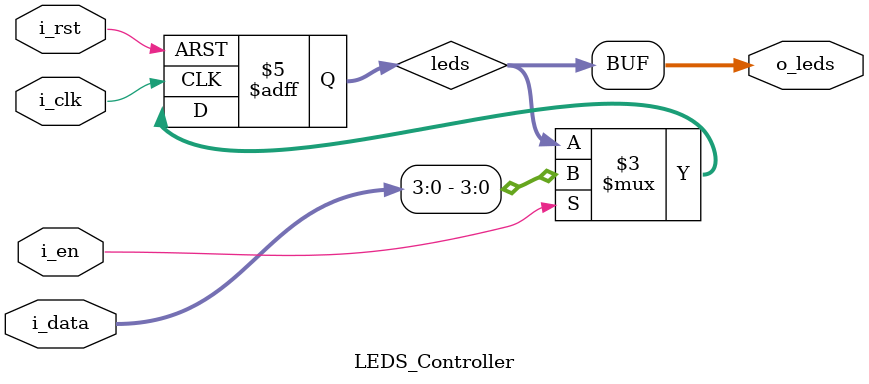
<source format=v>
`timescale 1ns / 1ps

/*
    This module implements the Zybo LEDS Controller.
    As Zybo-Z7 only have 4 LEDS, this module is responsible for extract the 4 LSB's from a 8bit data to 
    an 4bit value that will be connected to LEDS
        - Pin M14 <==> leds[0]
        - Pin M15 <==> leds[1]
        - Pin G14 <==> leds[2]
        - Pin D18 <==> leds[3]
*/

module LEDS_Controller(
    input i_clk,            // Clock source
    input i_rst,            // Reset 
    input i_en,             // Enable the LEDS
    input [7:0] i_data,     // Data in
    output [3:0] o_leds     // LEDS
    );
    
    // LEDS
    reg [3:0] leds;
    
    // Assign the output
    assign o_leds = leds;
    
    // Initial Conditions
    initial begin
        leds <= 4'd0;
    end
    
     // LEDS Controller
    always @(posedge i_clk or posedge i_rst)
    begin
        if (i_rst) begin
            leds <= 4'd0;
        end
        else if (i_en) begin      
            leds <= i_data[3:0];
        end
    end    
    
endmodule
</source>
